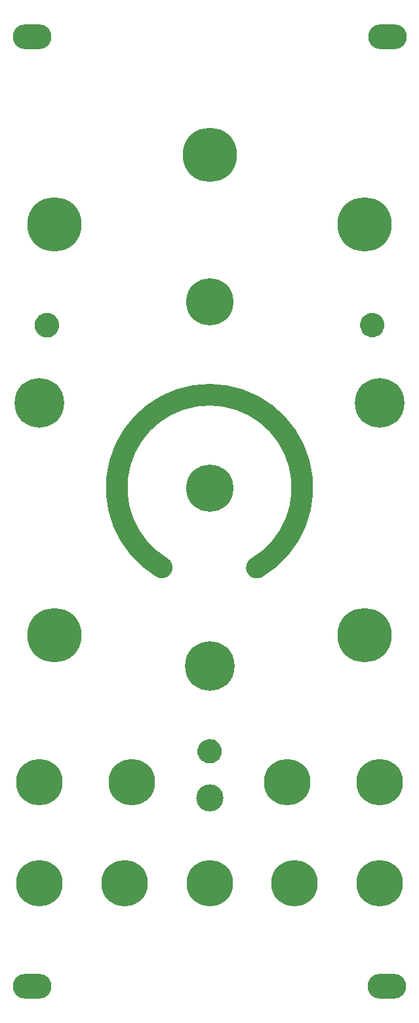
<source format=gbr>
%TF.GenerationSoftware,KiCad,Pcbnew,8.0.7*%
%TF.CreationDate,2025-01-17T12:36:58+00:00*%
%TF.ProjectId,Spectralist_Panel,53706563-7472-4616-9c69-73745f50616e,rev?*%
%TF.SameCoordinates,Original*%
%TF.FileFunction,Soldermask,Bot*%
%TF.FilePolarity,Negative*%
%FSLAX46Y46*%
G04 Gerber Fmt 4.6, Leading zero omitted, Abs format (unit mm)*
G04 Created by KiCad (PCBNEW 8.0.7) date 2025-01-17 12:36:58*
%MOMM*%
%LPD*%
G01*
G04 APERTURE LIST*
%ADD10C,2.800000*%
%ADD11C,7.000000*%
%ADD12C,6.100000*%
%ADD13C,6.000000*%
%ADD14O,5.000000X3.200000*%
%ADD15C,6.400000*%
%ADD16C,3.500000*%
G04 APERTURE END LIST*
D10*
X123840000Y-112265000D02*
G75*
G02*
X136100000Y-112300000I6159438J10294294D01*
G01*
D11*
%TO.C,Ref\u002A\u002A*%
X110000000Y-121000000D03*
%TD*%
D12*
%TO.C,Ref\u002A\u002A*%
X130000000Y-102000000D03*
%TD*%
D13*
%TO.C,Ref\u002A\u002A*%
X140000000Y-140000000D03*
%TD*%
%TO.C,Ref\u002A\u002A*%
X108000000Y-140000000D03*
%TD*%
%TO.C,Ref\u002A\u002A*%
X120000000Y-140000000D03*
%TD*%
D12*
%TO.C,Ref\u002A\u002A*%
X130000000Y-78000000D03*
%TD*%
D11*
%TO.C,Ref\u002A\u002A*%
X150000000Y-121000000D03*
%TD*%
D13*
%TO.C,Ref\u002A\u002A*%
X108000000Y-153000000D03*
%TD*%
D14*
%TO.C,Ref\u002A\u002A*%
X153000000Y-43800000D03*
%TD*%
D13*
%TO.C,Ref\u002A\u002A*%
X119000000Y-153000000D03*
%TD*%
D11*
%TO.C,Ref\u002A\u002A*%
X150000000Y-68000000D03*
%TD*%
D13*
%TO.C,Ref\u002A\u002A*%
X152000000Y-153000000D03*
%TD*%
%TO.C,Ref\u002A\u002A*%
X130000000Y-153000000D03*
%TD*%
D14*
%TO.C,Ref\u002A\u002A*%
X107100000Y-166300000D03*
%TD*%
%TO.C,Ref\u002A\u002A*%
X152900000Y-166300000D03*
%TD*%
D11*
%TO.C,Ref\u002A\u002A*%
X110000000Y-68000000D03*
%TD*%
D13*
%TO.C,Ref\u002A\u002A*%
X152000000Y-140000000D03*
%TD*%
D15*
%TO.C,Ref\u002A\u002A*%
X130000000Y-125000000D03*
%TD*%
%TO.C,Ref\u002A\u002A*%
X152000000Y-91000000D03*
%TD*%
D13*
%TO.C,Ref\u002A\u002A*%
X141000000Y-153000000D03*
%TD*%
D14*
%TO.C,Ref\u002A\u002A*%
X107100000Y-43800000D03*
%TD*%
D11*
%TO.C,Ref\u002A\u002A*%
X130000000Y-59000000D03*
%TD*%
D16*
%TO.C,Ref\u002A\u002A*%
X130000000Y-142000000D03*
%TD*%
D15*
%TO.C,Ref\u002A\u002A*%
X108000000Y-91000000D03*
%TD*%
G36*
X151290927Y-79447271D02*
G01*
X151301061Y-79448477D01*
X151323082Y-79452023D01*
X151332724Y-79453971D01*
X151514642Y-79498298D01*
X151533313Y-79504452D01*
X151701377Y-79575057D01*
X151718842Y-79584084D01*
X151873904Y-79680531D01*
X151889261Y-79691806D01*
X152107502Y-79879476D01*
X152120552Y-79892508D01*
X152308717Y-80110674D01*
X152320054Y-80126077D01*
X152416881Y-80281445D01*
X152425981Y-80299036D01*
X152496602Y-80467278D01*
X152502784Y-80486093D01*
X152546885Y-80668252D01*
X152548831Y-80677972D01*
X152552095Y-80698515D01*
X152553268Y-80708487D01*
X152574857Y-80989856D01*
X152574768Y-81009922D01*
X152551072Y-81286620D01*
X152548015Y-81305329D01*
X152505876Y-81478683D01*
X152500424Y-81495677D01*
X152433620Y-81661723D01*
X152425784Y-81677757D01*
X152333595Y-81836349D01*
X152328833Y-81843902D01*
X152303409Y-81881178D01*
X152296041Y-81890914D01*
X152119471Y-82101791D01*
X152102052Y-82118859D01*
X151891969Y-82287608D01*
X151872554Y-82300406D01*
X151632958Y-82427871D01*
X151612585Y-82436476D01*
X151348307Y-82521227D01*
X151337628Y-82524133D01*
X151301200Y-82532319D01*
X151291906Y-82534038D01*
X151109122Y-82560693D01*
X151090281Y-82561987D01*
X150910310Y-82560611D01*
X150891491Y-82559029D01*
X150713848Y-82530344D01*
X150695428Y-82525903D01*
X150426885Y-82438977D01*
X150409299Y-82431753D01*
X150152962Y-82302661D01*
X150144651Y-82298069D01*
X150142693Y-82296887D01*
X150134322Y-82291360D01*
X149979562Y-82179931D01*
X149964319Y-82166965D01*
X149833067Y-82035662D01*
X149820108Y-82020414D01*
X149708751Y-81865629D01*
X149703232Y-81857265D01*
X149702715Y-81856408D01*
X149698137Y-81848120D01*
X149568852Y-81591346D01*
X149561653Y-81573832D01*
X149474425Y-81304846D01*
X149469993Y-81286542D01*
X149440975Y-81108489D01*
X149439367Y-81089825D01*
X149437502Y-80909385D01*
X149438723Y-80890692D01*
X149464722Y-80707365D01*
X149466388Y-80698143D01*
X149474192Y-80662657D01*
X149477096Y-80651815D01*
X149561084Y-80386902D01*
X149569765Y-80366230D01*
X149697157Y-80126286D01*
X149710165Y-80106579D01*
X149879457Y-79896713D01*
X149896884Y-79879061D01*
X150108907Y-79703492D01*
X150118855Y-79696061D01*
X150154598Y-79672054D01*
X150165818Y-79665348D01*
X150409123Y-79536824D01*
X150433361Y-79527129D01*
X150693231Y-79453787D01*
X150716099Y-79449597D01*
X150989935Y-79425628D01*
X151010327Y-79425527D01*
X151290927Y-79447271D01*
G37*
G36*
X109290927Y-79464033D02*
G01*
X109301061Y-79465239D01*
X109323082Y-79468785D01*
X109332724Y-79470733D01*
X109514642Y-79515060D01*
X109533313Y-79521214D01*
X109701377Y-79591819D01*
X109718842Y-79600846D01*
X109873904Y-79697293D01*
X109889261Y-79708568D01*
X110107502Y-79896238D01*
X110120552Y-79909270D01*
X110308717Y-80127436D01*
X110320054Y-80142839D01*
X110416881Y-80298207D01*
X110425981Y-80315798D01*
X110496602Y-80484040D01*
X110502784Y-80502855D01*
X110546885Y-80685014D01*
X110548831Y-80694734D01*
X110552095Y-80715277D01*
X110553268Y-80725249D01*
X110574857Y-81006618D01*
X110574768Y-81026684D01*
X110551072Y-81303382D01*
X110548015Y-81322091D01*
X110505876Y-81495445D01*
X110500424Y-81512439D01*
X110433620Y-81678485D01*
X110425784Y-81694519D01*
X110333595Y-81853111D01*
X110328833Y-81860664D01*
X110303409Y-81897940D01*
X110296041Y-81907676D01*
X110119471Y-82118553D01*
X110102052Y-82135621D01*
X109891969Y-82304370D01*
X109872554Y-82317168D01*
X109632958Y-82444633D01*
X109612585Y-82453238D01*
X109348307Y-82537989D01*
X109337628Y-82540895D01*
X109301200Y-82549081D01*
X109291906Y-82550800D01*
X109109122Y-82577455D01*
X109090281Y-82578749D01*
X108910310Y-82577373D01*
X108891491Y-82575791D01*
X108713851Y-82547107D01*
X108695431Y-82542666D01*
X108426885Y-82455739D01*
X108409299Y-82448515D01*
X108152962Y-82319423D01*
X108144651Y-82314831D01*
X108142693Y-82313649D01*
X108134322Y-82308122D01*
X107979562Y-82196693D01*
X107964319Y-82183727D01*
X107833067Y-82052424D01*
X107820107Y-82037176D01*
X107708749Y-81882388D01*
X107703276Y-81874098D01*
X107702760Y-81873244D01*
X107698137Y-81864882D01*
X107568852Y-81608108D01*
X107561653Y-81590594D01*
X107474425Y-81321608D01*
X107469993Y-81303304D01*
X107440975Y-81125251D01*
X107439367Y-81106587D01*
X107437502Y-80926147D01*
X107438723Y-80907454D01*
X107464722Y-80724127D01*
X107466388Y-80714905D01*
X107474192Y-80679419D01*
X107477096Y-80668577D01*
X107561084Y-80403664D01*
X107569765Y-80382992D01*
X107697157Y-80143048D01*
X107710165Y-80123341D01*
X107879457Y-79913475D01*
X107896884Y-79895823D01*
X108108907Y-79720254D01*
X108118855Y-79712823D01*
X108154598Y-79688816D01*
X108165818Y-79682110D01*
X108409123Y-79553586D01*
X108433361Y-79543891D01*
X108693231Y-79470549D01*
X108716099Y-79466359D01*
X108989935Y-79442390D01*
X109010327Y-79442289D01*
X109290927Y-79464033D01*
G37*
G36*
X130290928Y-134442208D02*
G01*
X130301062Y-134443414D01*
X130323083Y-134446960D01*
X130332725Y-134448908D01*
X130514643Y-134493235D01*
X130533314Y-134499389D01*
X130701378Y-134569994D01*
X130718843Y-134579021D01*
X130873905Y-134675468D01*
X130889262Y-134686743D01*
X131107503Y-134874413D01*
X131120553Y-134887445D01*
X131308718Y-135105611D01*
X131320055Y-135121014D01*
X131416882Y-135276382D01*
X131425982Y-135293973D01*
X131496603Y-135462215D01*
X131502785Y-135481030D01*
X131546886Y-135663189D01*
X131548832Y-135672909D01*
X131552096Y-135693452D01*
X131553269Y-135703424D01*
X131574858Y-135984793D01*
X131574769Y-136004859D01*
X131551073Y-136281557D01*
X131548016Y-136300266D01*
X131505877Y-136473620D01*
X131500425Y-136490614D01*
X131433621Y-136656660D01*
X131425785Y-136672694D01*
X131333596Y-136831286D01*
X131328834Y-136838839D01*
X131303410Y-136876115D01*
X131296042Y-136885851D01*
X131119472Y-137096728D01*
X131102053Y-137113796D01*
X130891970Y-137282545D01*
X130872555Y-137295343D01*
X130632959Y-137422808D01*
X130612586Y-137431413D01*
X130348308Y-137516164D01*
X130337629Y-137519070D01*
X130301201Y-137527256D01*
X130291907Y-137528975D01*
X130109123Y-137555630D01*
X130090282Y-137556924D01*
X129910311Y-137555548D01*
X129891492Y-137553966D01*
X129713852Y-137525282D01*
X129695432Y-137520841D01*
X129426886Y-137433914D01*
X129409300Y-137426690D01*
X129152963Y-137297598D01*
X129144652Y-137293006D01*
X129142694Y-137291824D01*
X129134323Y-137286297D01*
X128979563Y-137174868D01*
X128964320Y-137161902D01*
X128833068Y-137030599D01*
X128820108Y-137015351D01*
X128708750Y-136860563D01*
X128703277Y-136852273D01*
X128702761Y-136851419D01*
X128698138Y-136843057D01*
X128568853Y-136586283D01*
X128561654Y-136568769D01*
X128474426Y-136299783D01*
X128469994Y-136281479D01*
X128440976Y-136103426D01*
X128439368Y-136084762D01*
X128437503Y-135904322D01*
X128438724Y-135885629D01*
X128464723Y-135702302D01*
X128466389Y-135693080D01*
X128474193Y-135657594D01*
X128477097Y-135646752D01*
X128561085Y-135381839D01*
X128569766Y-135361167D01*
X128697158Y-135121223D01*
X128710166Y-135101516D01*
X128879458Y-134891650D01*
X128896885Y-134873998D01*
X129108908Y-134698429D01*
X129118856Y-134690998D01*
X129154599Y-134666991D01*
X129165819Y-134660285D01*
X129409124Y-134531761D01*
X129433362Y-134522066D01*
X129693232Y-134448724D01*
X129716100Y-134444534D01*
X129989936Y-134420565D01*
X130010328Y-134420464D01*
X130290928Y-134442208D01*
G37*
M02*

</source>
